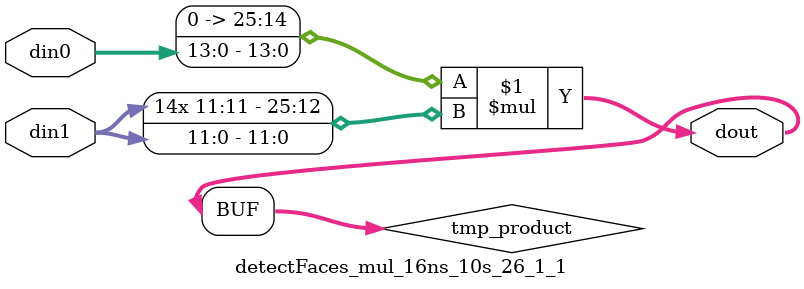
<source format=v>

`timescale 1 ns / 1 ps

 module detectFaces_mul_16ns_10s_26_1_1(din0, din1, dout);
parameter ID = 1;
parameter NUM_STAGE = 0;
parameter din0_WIDTH = 14;
parameter din1_WIDTH = 12;
parameter dout_WIDTH = 26;

input [din0_WIDTH - 1 : 0] din0; 
input [din1_WIDTH - 1 : 0] din1; 
output [dout_WIDTH - 1 : 0] dout;

wire signed [dout_WIDTH - 1 : 0] tmp_product;

























assign tmp_product = $signed({1'b0, din0}) * $signed(din1);










assign dout = tmp_product;





















endmodule

</source>
